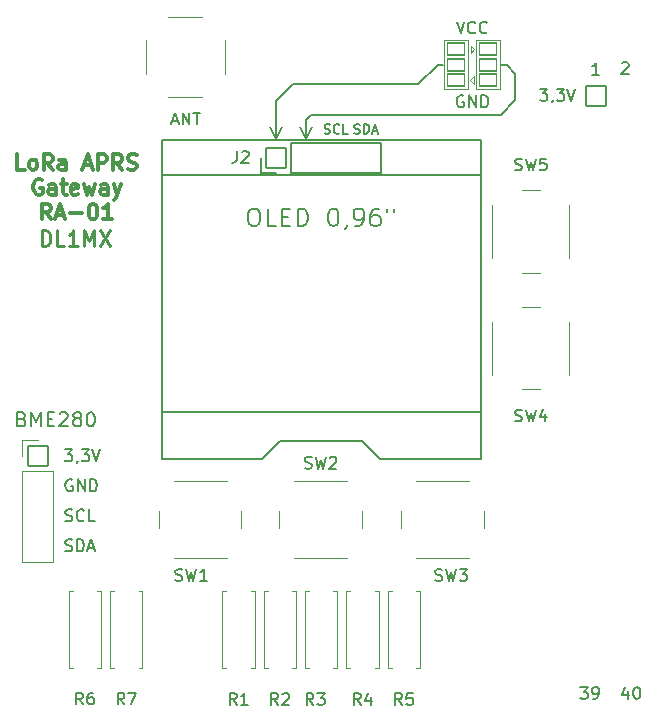
<source format=gto>
G04 #@! TF.GenerationSoftware,KiCad,Pcbnew,7.0.10*
G04 #@! TF.CreationDate,2024-02-01T09:42:10+01:00*
G04 #@! TF.ProjectId,LoRa-APRS-Gateway-RPI-RA01,4c6f5261-2d41-4505-9253-2d4761746577,rev?*
G04 #@! TF.SameCoordinates,Original*
G04 #@! TF.FileFunction,Legend,Top*
G04 #@! TF.FilePolarity,Positive*
%FSLAX46Y46*%
G04 Gerber Fmt 4.6, Leading zero omitted, Abs format (unit mm)*
G04 Created by KiCad (PCBNEW 7.0.10) date 2024-02-01 09:42:10*
%MOMM*%
%LPD*%
G01*
G04 APERTURE LIST*
G04 Aperture macros list*
%AMRoundRect*
0 Rectangle with rounded corners*
0 $1 Rounding radius*
0 $2 $3 $4 $5 $6 $7 $8 $9 X,Y pos of 4 corners*
0 Add a 4 corners polygon primitive as box body*
4,1,4,$2,$3,$4,$5,$6,$7,$8,$9,$2,$3,0*
0 Add four circle primitives for the rounded corners*
1,1,$1+$1,$2,$3*
1,1,$1+$1,$4,$5*
1,1,$1+$1,$6,$7*
1,1,$1+$1,$8,$9*
0 Add four rect primitives between the rounded corners*
20,1,$1+$1,$2,$3,$4,$5,0*
20,1,$1+$1,$4,$5,$6,$7,0*
20,1,$1+$1,$6,$7,$8,$9,0*
20,1,$1+$1,$8,$9,$2,$3,0*%
G04 Aperture macros list end*
%ADD10C,0.200000*%
%ADD11C,0.150000*%
%ADD12C,0.250000*%
%ADD13C,0.300000*%
%ADD14C,0.120000*%
%ADD15C,1.702000*%
%ADD16O,1.702000X1.702000*%
%ADD17C,2.102000*%
%ADD18C,2.152000*%
%ADD19C,2.352000*%
%ADD20RoundRect,0.051000X-0.750000X0.500000X-0.750000X-0.500000X0.750000X-0.500000X0.750000X0.500000X0*%
%ADD21RoundRect,0.051000X0.750000X-0.500000X0.750000X0.500000X-0.750000X0.500000X-0.750000X-0.500000X0*%
%ADD22RoundRect,0.051000X-0.850000X-0.850000X0.850000X-0.850000X0.850000X0.850000X-0.850000X0.850000X0*%
%ADD23O,1.802000X1.802000*%
%ADD24RoundRect,0.051000X0.850000X0.850000X-0.850000X0.850000X-0.850000X-0.850000X0.850000X-0.850000X0*%
G04 APERTURE END LIST*
D10*
X106149669Y-101591882D02*
X106139669Y-103241882D01*
X123149669Y-96941882D02*
X123899669Y-97691882D01*
X123899669Y-99941882D02*
X122649669Y-101191882D01*
X115676551Y-98591000D02*
X105095669Y-98591882D01*
X105035857Y-98591000D02*
X103640000Y-99986857D01*
X117325669Y-96941882D02*
X115675669Y-98591882D01*
X117789669Y-96941882D02*
X117325669Y-96941882D01*
X106139669Y-103241882D02*
X106639669Y-102241882D01*
X103599669Y-100047882D02*
X103599669Y-103241882D01*
X122649669Y-101191882D02*
X106549669Y-101191882D01*
X122649669Y-96941882D02*
X123149669Y-96941882D01*
X103599669Y-103241882D02*
X103099669Y-102241882D01*
X106139669Y-103241882D02*
X105639669Y-102241882D01*
X103599669Y-103241882D02*
X104099669Y-102241882D01*
X106149669Y-101591882D02*
X106549669Y-101191882D01*
X123899669Y-97691882D02*
X123899669Y-99941882D01*
X132914286Y-96838457D02*
X132961905Y-96790838D01*
X132961905Y-96790838D02*
X133057143Y-96743219D01*
X133057143Y-96743219D02*
X133295238Y-96743219D01*
X133295238Y-96743219D02*
X133390476Y-96790838D01*
X133390476Y-96790838D02*
X133438095Y-96838457D01*
X133438095Y-96838457D02*
X133485714Y-96933695D01*
X133485714Y-96933695D02*
X133485714Y-97028933D01*
X133485714Y-97028933D02*
X133438095Y-97171790D01*
X133438095Y-97171790D02*
X132866667Y-97743219D01*
X132866667Y-97743219D02*
X133485714Y-97743219D01*
X133414285Y-149976552D02*
X133414285Y-150643219D01*
X133176190Y-149595600D02*
X132938095Y-150309885D01*
X132938095Y-150309885D02*
X133557142Y-150309885D01*
X134128571Y-149643219D02*
X134223809Y-149643219D01*
X134223809Y-149643219D02*
X134319047Y-149690838D01*
X134319047Y-149690838D02*
X134366666Y-149738457D01*
X134366666Y-149738457D02*
X134414285Y-149833695D01*
X134414285Y-149833695D02*
X134461904Y-150024171D01*
X134461904Y-150024171D02*
X134461904Y-150262266D01*
X134461904Y-150262266D02*
X134414285Y-150452742D01*
X134414285Y-150452742D02*
X134366666Y-150547980D01*
X134366666Y-150547980D02*
X134319047Y-150595600D01*
X134319047Y-150595600D02*
X134223809Y-150643219D01*
X134223809Y-150643219D02*
X134128571Y-150643219D01*
X134128571Y-150643219D02*
X134033333Y-150595600D01*
X134033333Y-150595600D02*
X133985714Y-150547980D01*
X133985714Y-150547980D02*
X133938095Y-150452742D01*
X133938095Y-150452742D02*
X133890476Y-150262266D01*
X133890476Y-150262266D02*
X133890476Y-150024171D01*
X133890476Y-150024171D02*
X133938095Y-149833695D01*
X133938095Y-149833695D02*
X133985714Y-149738457D01*
X133985714Y-149738457D02*
X134033333Y-149690838D01*
X134033333Y-149690838D02*
X134128571Y-149643219D01*
X85804054Y-138095600D02*
X85946911Y-138143219D01*
X85946911Y-138143219D02*
X86185006Y-138143219D01*
X86185006Y-138143219D02*
X86280244Y-138095600D01*
X86280244Y-138095600D02*
X86327863Y-138047980D01*
X86327863Y-138047980D02*
X86375482Y-137952742D01*
X86375482Y-137952742D02*
X86375482Y-137857504D01*
X86375482Y-137857504D02*
X86327863Y-137762266D01*
X86327863Y-137762266D02*
X86280244Y-137714647D01*
X86280244Y-137714647D02*
X86185006Y-137667028D01*
X86185006Y-137667028D02*
X85994530Y-137619409D01*
X85994530Y-137619409D02*
X85899292Y-137571790D01*
X85899292Y-137571790D02*
X85851673Y-137524171D01*
X85851673Y-137524171D02*
X85804054Y-137428933D01*
X85804054Y-137428933D02*
X85804054Y-137333695D01*
X85804054Y-137333695D02*
X85851673Y-137238457D01*
X85851673Y-137238457D02*
X85899292Y-137190838D01*
X85899292Y-137190838D02*
X85994530Y-137143219D01*
X85994530Y-137143219D02*
X86232625Y-137143219D01*
X86232625Y-137143219D02*
X86375482Y-137190838D01*
X86804054Y-138143219D02*
X86804054Y-137143219D01*
X86804054Y-137143219D02*
X87042149Y-137143219D01*
X87042149Y-137143219D02*
X87185006Y-137190838D01*
X87185006Y-137190838D02*
X87280244Y-137286076D01*
X87280244Y-137286076D02*
X87327863Y-137381314D01*
X87327863Y-137381314D02*
X87375482Y-137571790D01*
X87375482Y-137571790D02*
X87375482Y-137714647D01*
X87375482Y-137714647D02*
X87327863Y-137905123D01*
X87327863Y-137905123D02*
X87280244Y-138000361D01*
X87280244Y-138000361D02*
X87185006Y-138095600D01*
X87185006Y-138095600D02*
X87042149Y-138143219D01*
X87042149Y-138143219D02*
X86804054Y-138143219D01*
X87756435Y-137857504D02*
X88232625Y-137857504D01*
X87661197Y-138143219D02*
X87994530Y-137143219D01*
X87994530Y-137143219D02*
X88327863Y-138143219D01*
X85804054Y-135555600D02*
X85946911Y-135603219D01*
X85946911Y-135603219D02*
X86185006Y-135603219D01*
X86185006Y-135603219D02*
X86280244Y-135555600D01*
X86280244Y-135555600D02*
X86327863Y-135507980D01*
X86327863Y-135507980D02*
X86375482Y-135412742D01*
X86375482Y-135412742D02*
X86375482Y-135317504D01*
X86375482Y-135317504D02*
X86327863Y-135222266D01*
X86327863Y-135222266D02*
X86280244Y-135174647D01*
X86280244Y-135174647D02*
X86185006Y-135127028D01*
X86185006Y-135127028D02*
X85994530Y-135079409D01*
X85994530Y-135079409D02*
X85899292Y-135031790D01*
X85899292Y-135031790D02*
X85851673Y-134984171D01*
X85851673Y-134984171D02*
X85804054Y-134888933D01*
X85804054Y-134888933D02*
X85804054Y-134793695D01*
X85804054Y-134793695D02*
X85851673Y-134698457D01*
X85851673Y-134698457D02*
X85899292Y-134650838D01*
X85899292Y-134650838D02*
X85994530Y-134603219D01*
X85994530Y-134603219D02*
X86232625Y-134603219D01*
X86232625Y-134603219D02*
X86375482Y-134650838D01*
X87375482Y-135507980D02*
X87327863Y-135555600D01*
X87327863Y-135555600D02*
X87185006Y-135603219D01*
X87185006Y-135603219D02*
X87089768Y-135603219D01*
X87089768Y-135603219D02*
X86946911Y-135555600D01*
X86946911Y-135555600D02*
X86851673Y-135460361D01*
X86851673Y-135460361D02*
X86804054Y-135365123D01*
X86804054Y-135365123D02*
X86756435Y-135174647D01*
X86756435Y-135174647D02*
X86756435Y-135031790D01*
X86756435Y-135031790D02*
X86804054Y-134841314D01*
X86804054Y-134841314D02*
X86851673Y-134746076D01*
X86851673Y-134746076D02*
X86946911Y-134650838D01*
X86946911Y-134650838D02*
X87089768Y-134603219D01*
X87089768Y-134603219D02*
X87185006Y-134603219D01*
X87185006Y-134603219D02*
X87327863Y-134650838D01*
X87327863Y-134650838D02*
X87375482Y-134698457D01*
X88280244Y-135603219D02*
X87804054Y-135603219D01*
X87804054Y-135603219D02*
X87804054Y-134603219D01*
X86375482Y-132110838D02*
X86280244Y-132063219D01*
X86280244Y-132063219D02*
X86137387Y-132063219D01*
X86137387Y-132063219D02*
X85994530Y-132110838D01*
X85994530Y-132110838D02*
X85899292Y-132206076D01*
X85899292Y-132206076D02*
X85851673Y-132301314D01*
X85851673Y-132301314D02*
X85804054Y-132491790D01*
X85804054Y-132491790D02*
X85804054Y-132634647D01*
X85804054Y-132634647D02*
X85851673Y-132825123D01*
X85851673Y-132825123D02*
X85899292Y-132920361D01*
X85899292Y-132920361D02*
X85994530Y-133015600D01*
X85994530Y-133015600D02*
X86137387Y-133063219D01*
X86137387Y-133063219D02*
X86232625Y-133063219D01*
X86232625Y-133063219D02*
X86375482Y-133015600D01*
X86375482Y-133015600D02*
X86423101Y-132967980D01*
X86423101Y-132967980D02*
X86423101Y-132634647D01*
X86423101Y-132634647D02*
X86232625Y-132634647D01*
X86851673Y-133063219D02*
X86851673Y-132063219D01*
X86851673Y-132063219D02*
X87423101Y-133063219D01*
X87423101Y-133063219D02*
X87423101Y-132063219D01*
X87899292Y-133063219D02*
X87899292Y-132063219D01*
X87899292Y-132063219D02*
X88137387Y-132063219D01*
X88137387Y-132063219D02*
X88280244Y-132110838D01*
X88280244Y-132110838D02*
X88375482Y-132206076D01*
X88375482Y-132206076D02*
X88423101Y-132301314D01*
X88423101Y-132301314D02*
X88470720Y-132491790D01*
X88470720Y-132491790D02*
X88470720Y-132634647D01*
X88470720Y-132634647D02*
X88423101Y-132825123D01*
X88423101Y-132825123D02*
X88375482Y-132920361D01*
X88375482Y-132920361D02*
X88280244Y-133015600D01*
X88280244Y-133015600D02*
X88137387Y-133063219D01*
X88137387Y-133063219D02*
X87899292Y-133063219D01*
X85756435Y-129523219D02*
X86375482Y-129523219D01*
X86375482Y-129523219D02*
X86042149Y-129904171D01*
X86042149Y-129904171D02*
X86185006Y-129904171D01*
X86185006Y-129904171D02*
X86280244Y-129951790D01*
X86280244Y-129951790D02*
X86327863Y-129999409D01*
X86327863Y-129999409D02*
X86375482Y-130094647D01*
X86375482Y-130094647D02*
X86375482Y-130332742D01*
X86375482Y-130332742D02*
X86327863Y-130427980D01*
X86327863Y-130427980D02*
X86280244Y-130475600D01*
X86280244Y-130475600D02*
X86185006Y-130523219D01*
X86185006Y-130523219D02*
X85899292Y-130523219D01*
X85899292Y-130523219D02*
X85804054Y-130475600D01*
X85804054Y-130475600D02*
X85756435Y-130427980D01*
X86851673Y-130475600D02*
X86851673Y-130523219D01*
X86851673Y-130523219D02*
X86804054Y-130618457D01*
X86804054Y-130618457D02*
X86756435Y-130666076D01*
X87185006Y-129523219D02*
X87804053Y-129523219D01*
X87804053Y-129523219D02*
X87470720Y-129904171D01*
X87470720Y-129904171D02*
X87613577Y-129904171D01*
X87613577Y-129904171D02*
X87708815Y-129951790D01*
X87708815Y-129951790D02*
X87756434Y-129999409D01*
X87756434Y-129999409D02*
X87804053Y-130094647D01*
X87804053Y-130094647D02*
X87804053Y-130332742D01*
X87804053Y-130332742D02*
X87756434Y-130427980D01*
X87756434Y-130427980D02*
X87708815Y-130475600D01*
X87708815Y-130475600D02*
X87613577Y-130523219D01*
X87613577Y-130523219D02*
X87327863Y-130523219D01*
X87327863Y-130523219D02*
X87232625Y-130475600D01*
X87232625Y-130475600D02*
X87185006Y-130427980D01*
X88089768Y-129523219D02*
X88423101Y-130523219D01*
X88423101Y-130523219D02*
X88756434Y-129523219D01*
X82116857Y-126939171D02*
X82288285Y-126996314D01*
X82288285Y-126996314D02*
X82345428Y-127053457D01*
X82345428Y-127053457D02*
X82402571Y-127167742D01*
X82402571Y-127167742D02*
X82402571Y-127339171D01*
X82402571Y-127339171D02*
X82345428Y-127453457D01*
X82345428Y-127453457D02*
X82288285Y-127510600D01*
X82288285Y-127510600D02*
X82174000Y-127567742D01*
X82174000Y-127567742D02*
X81716857Y-127567742D01*
X81716857Y-127567742D02*
X81716857Y-126367742D01*
X81716857Y-126367742D02*
X82116857Y-126367742D01*
X82116857Y-126367742D02*
X82231143Y-126424885D01*
X82231143Y-126424885D02*
X82288285Y-126482028D01*
X82288285Y-126482028D02*
X82345428Y-126596314D01*
X82345428Y-126596314D02*
X82345428Y-126710600D01*
X82345428Y-126710600D02*
X82288285Y-126824885D01*
X82288285Y-126824885D02*
X82231143Y-126882028D01*
X82231143Y-126882028D02*
X82116857Y-126939171D01*
X82116857Y-126939171D02*
X81716857Y-126939171D01*
X82916857Y-127567742D02*
X82916857Y-126367742D01*
X82916857Y-126367742D02*
X83316857Y-127224885D01*
X83316857Y-127224885D02*
X83716857Y-126367742D01*
X83716857Y-126367742D02*
X83716857Y-127567742D01*
X84288286Y-126939171D02*
X84688286Y-126939171D01*
X84859714Y-127567742D02*
X84288286Y-127567742D01*
X84288286Y-127567742D02*
X84288286Y-126367742D01*
X84288286Y-126367742D02*
X84859714Y-126367742D01*
X85316857Y-126482028D02*
X85374000Y-126424885D01*
X85374000Y-126424885D02*
X85488286Y-126367742D01*
X85488286Y-126367742D02*
X85774000Y-126367742D01*
X85774000Y-126367742D02*
X85888286Y-126424885D01*
X85888286Y-126424885D02*
X85945428Y-126482028D01*
X85945428Y-126482028D02*
X86002571Y-126596314D01*
X86002571Y-126596314D02*
X86002571Y-126710600D01*
X86002571Y-126710600D02*
X85945428Y-126882028D01*
X85945428Y-126882028D02*
X85259714Y-127567742D01*
X85259714Y-127567742D02*
X86002571Y-127567742D01*
X86688285Y-126882028D02*
X86574000Y-126824885D01*
X86574000Y-126824885D02*
X86516857Y-126767742D01*
X86516857Y-126767742D02*
X86459714Y-126653457D01*
X86459714Y-126653457D02*
X86459714Y-126596314D01*
X86459714Y-126596314D02*
X86516857Y-126482028D01*
X86516857Y-126482028D02*
X86574000Y-126424885D01*
X86574000Y-126424885D02*
X86688285Y-126367742D01*
X86688285Y-126367742D02*
X86916857Y-126367742D01*
X86916857Y-126367742D02*
X87031143Y-126424885D01*
X87031143Y-126424885D02*
X87088285Y-126482028D01*
X87088285Y-126482028D02*
X87145428Y-126596314D01*
X87145428Y-126596314D02*
X87145428Y-126653457D01*
X87145428Y-126653457D02*
X87088285Y-126767742D01*
X87088285Y-126767742D02*
X87031143Y-126824885D01*
X87031143Y-126824885D02*
X86916857Y-126882028D01*
X86916857Y-126882028D02*
X86688285Y-126882028D01*
X86688285Y-126882028D02*
X86574000Y-126939171D01*
X86574000Y-126939171D02*
X86516857Y-126996314D01*
X86516857Y-126996314D02*
X86459714Y-127110600D01*
X86459714Y-127110600D02*
X86459714Y-127339171D01*
X86459714Y-127339171D02*
X86516857Y-127453457D01*
X86516857Y-127453457D02*
X86574000Y-127510600D01*
X86574000Y-127510600D02*
X86688285Y-127567742D01*
X86688285Y-127567742D02*
X86916857Y-127567742D01*
X86916857Y-127567742D02*
X87031143Y-127510600D01*
X87031143Y-127510600D02*
X87088285Y-127453457D01*
X87088285Y-127453457D02*
X87145428Y-127339171D01*
X87145428Y-127339171D02*
X87145428Y-127110600D01*
X87145428Y-127110600D02*
X87088285Y-126996314D01*
X87088285Y-126996314D02*
X87031143Y-126939171D01*
X87031143Y-126939171D02*
X86916857Y-126882028D01*
X87888285Y-126367742D02*
X88002571Y-126367742D01*
X88002571Y-126367742D02*
X88116857Y-126424885D01*
X88116857Y-126424885D02*
X88174000Y-126482028D01*
X88174000Y-126482028D02*
X88231142Y-126596314D01*
X88231142Y-126596314D02*
X88288285Y-126824885D01*
X88288285Y-126824885D02*
X88288285Y-127110600D01*
X88288285Y-127110600D02*
X88231142Y-127339171D01*
X88231142Y-127339171D02*
X88174000Y-127453457D01*
X88174000Y-127453457D02*
X88116857Y-127510600D01*
X88116857Y-127510600D02*
X88002571Y-127567742D01*
X88002571Y-127567742D02*
X87888285Y-127567742D01*
X87888285Y-127567742D02*
X87774000Y-127510600D01*
X87774000Y-127510600D02*
X87716857Y-127453457D01*
X87716857Y-127453457D02*
X87659714Y-127339171D01*
X87659714Y-127339171D02*
X87602571Y-127110600D01*
X87602571Y-127110600D02*
X87602571Y-126824885D01*
X87602571Y-126824885D02*
X87659714Y-126596314D01*
X87659714Y-126596314D02*
X87716857Y-126482028D01*
X87716857Y-126482028D02*
X87774000Y-126424885D01*
X87774000Y-126424885D02*
X87888285Y-126367742D01*
X125973810Y-98993219D02*
X126592857Y-98993219D01*
X126592857Y-98993219D02*
X126259524Y-99374171D01*
X126259524Y-99374171D02*
X126402381Y-99374171D01*
X126402381Y-99374171D02*
X126497619Y-99421790D01*
X126497619Y-99421790D02*
X126545238Y-99469409D01*
X126545238Y-99469409D02*
X126592857Y-99564647D01*
X126592857Y-99564647D02*
X126592857Y-99802742D01*
X126592857Y-99802742D02*
X126545238Y-99897980D01*
X126545238Y-99897980D02*
X126497619Y-99945600D01*
X126497619Y-99945600D02*
X126402381Y-99993219D01*
X126402381Y-99993219D02*
X126116667Y-99993219D01*
X126116667Y-99993219D02*
X126021429Y-99945600D01*
X126021429Y-99945600D02*
X125973810Y-99897980D01*
X127069048Y-99945600D02*
X127069048Y-99993219D01*
X127069048Y-99993219D02*
X127021429Y-100088457D01*
X127021429Y-100088457D02*
X126973810Y-100136076D01*
X127402381Y-98993219D02*
X128021428Y-98993219D01*
X128021428Y-98993219D02*
X127688095Y-99374171D01*
X127688095Y-99374171D02*
X127830952Y-99374171D01*
X127830952Y-99374171D02*
X127926190Y-99421790D01*
X127926190Y-99421790D02*
X127973809Y-99469409D01*
X127973809Y-99469409D02*
X128021428Y-99564647D01*
X128021428Y-99564647D02*
X128021428Y-99802742D01*
X128021428Y-99802742D02*
X127973809Y-99897980D01*
X127973809Y-99897980D02*
X127926190Y-99945600D01*
X127926190Y-99945600D02*
X127830952Y-99993219D01*
X127830952Y-99993219D02*
X127545238Y-99993219D01*
X127545238Y-99993219D02*
X127450000Y-99945600D01*
X127450000Y-99945600D02*
X127402381Y-99897980D01*
X128307143Y-98993219D02*
X128640476Y-99993219D01*
X128640476Y-99993219D02*
X128973809Y-98993219D01*
X94807143Y-101707504D02*
X95283333Y-101707504D01*
X94711905Y-101993219D02*
X95045238Y-100993219D01*
X95045238Y-100993219D02*
X95378571Y-101993219D01*
X95711905Y-101993219D02*
X95711905Y-100993219D01*
X95711905Y-100993219D02*
X96283333Y-101993219D01*
X96283333Y-101993219D02*
X96283333Y-100993219D01*
X96616667Y-100993219D02*
X97188095Y-100993219D01*
X96902381Y-101993219D02*
X96902381Y-100993219D01*
X118916336Y-93294101D02*
X119249669Y-94294101D01*
X119249669Y-94294101D02*
X119583002Y-93294101D01*
X120487764Y-94198862D02*
X120440145Y-94246482D01*
X120440145Y-94246482D02*
X120297288Y-94294101D01*
X120297288Y-94294101D02*
X120202050Y-94294101D01*
X120202050Y-94294101D02*
X120059193Y-94246482D01*
X120059193Y-94246482D02*
X119963955Y-94151243D01*
X119963955Y-94151243D02*
X119916336Y-94056005D01*
X119916336Y-94056005D02*
X119868717Y-93865529D01*
X119868717Y-93865529D02*
X119868717Y-93722672D01*
X119868717Y-93722672D02*
X119916336Y-93532196D01*
X119916336Y-93532196D02*
X119963955Y-93436958D01*
X119963955Y-93436958D02*
X120059193Y-93341720D01*
X120059193Y-93341720D02*
X120202050Y-93294101D01*
X120202050Y-93294101D02*
X120297288Y-93294101D01*
X120297288Y-93294101D02*
X120440145Y-93341720D01*
X120440145Y-93341720D02*
X120487764Y-93389339D01*
X121487764Y-94198862D02*
X121440145Y-94246482D01*
X121440145Y-94246482D02*
X121297288Y-94294101D01*
X121297288Y-94294101D02*
X121202050Y-94294101D01*
X121202050Y-94294101D02*
X121059193Y-94246482D01*
X121059193Y-94246482D02*
X120963955Y-94151243D01*
X120963955Y-94151243D02*
X120916336Y-94056005D01*
X120916336Y-94056005D02*
X120868717Y-93865529D01*
X120868717Y-93865529D02*
X120868717Y-93722672D01*
X120868717Y-93722672D02*
X120916336Y-93532196D01*
X120916336Y-93532196D02*
X120963955Y-93436958D01*
X120963955Y-93436958D02*
X121059193Y-93341720D01*
X121059193Y-93341720D02*
X121202050Y-93294101D01*
X121202050Y-93294101D02*
X121297288Y-93294101D01*
X121297288Y-93294101D02*
X121440145Y-93341720D01*
X121440145Y-93341720D02*
X121487764Y-93389339D01*
D11*
X107737618Y-102737057D02*
X107851904Y-102775152D01*
X107851904Y-102775152D02*
X108042380Y-102775152D01*
X108042380Y-102775152D02*
X108118571Y-102737057D01*
X108118571Y-102737057D02*
X108156666Y-102698961D01*
X108156666Y-102698961D02*
X108194761Y-102622771D01*
X108194761Y-102622771D02*
X108194761Y-102546580D01*
X108194761Y-102546580D02*
X108156666Y-102470390D01*
X108156666Y-102470390D02*
X108118571Y-102432295D01*
X108118571Y-102432295D02*
X108042380Y-102394199D01*
X108042380Y-102394199D02*
X107889999Y-102356104D01*
X107889999Y-102356104D02*
X107813809Y-102318009D01*
X107813809Y-102318009D02*
X107775714Y-102279914D01*
X107775714Y-102279914D02*
X107737618Y-102203723D01*
X107737618Y-102203723D02*
X107737618Y-102127533D01*
X107737618Y-102127533D02*
X107775714Y-102051342D01*
X107775714Y-102051342D02*
X107813809Y-102013247D01*
X107813809Y-102013247D02*
X107889999Y-101975152D01*
X107889999Y-101975152D02*
X108080476Y-101975152D01*
X108080476Y-101975152D02*
X108194761Y-102013247D01*
X108994762Y-102698961D02*
X108956666Y-102737057D01*
X108956666Y-102737057D02*
X108842381Y-102775152D01*
X108842381Y-102775152D02*
X108766190Y-102775152D01*
X108766190Y-102775152D02*
X108651904Y-102737057D01*
X108651904Y-102737057D02*
X108575714Y-102660866D01*
X108575714Y-102660866D02*
X108537619Y-102584676D01*
X108537619Y-102584676D02*
X108499523Y-102432295D01*
X108499523Y-102432295D02*
X108499523Y-102318009D01*
X108499523Y-102318009D02*
X108537619Y-102165628D01*
X108537619Y-102165628D02*
X108575714Y-102089437D01*
X108575714Y-102089437D02*
X108651904Y-102013247D01*
X108651904Y-102013247D02*
X108766190Y-101975152D01*
X108766190Y-101975152D02*
X108842381Y-101975152D01*
X108842381Y-101975152D02*
X108956666Y-102013247D01*
X108956666Y-102013247D02*
X108994762Y-102051342D01*
X109718571Y-102775152D02*
X109337619Y-102775152D01*
X109337619Y-102775152D02*
X109337619Y-101975152D01*
X110258571Y-102737057D02*
X110372857Y-102775152D01*
X110372857Y-102775152D02*
X110563333Y-102775152D01*
X110563333Y-102775152D02*
X110639524Y-102737057D01*
X110639524Y-102737057D02*
X110677619Y-102698961D01*
X110677619Y-102698961D02*
X110715714Y-102622771D01*
X110715714Y-102622771D02*
X110715714Y-102546580D01*
X110715714Y-102546580D02*
X110677619Y-102470390D01*
X110677619Y-102470390D02*
X110639524Y-102432295D01*
X110639524Y-102432295D02*
X110563333Y-102394199D01*
X110563333Y-102394199D02*
X110410952Y-102356104D01*
X110410952Y-102356104D02*
X110334762Y-102318009D01*
X110334762Y-102318009D02*
X110296667Y-102279914D01*
X110296667Y-102279914D02*
X110258571Y-102203723D01*
X110258571Y-102203723D02*
X110258571Y-102127533D01*
X110258571Y-102127533D02*
X110296667Y-102051342D01*
X110296667Y-102051342D02*
X110334762Y-102013247D01*
X110334762Y-102013247D02*
X110410952Y-101975152D01*
X110410952Y-101975152D02*
X110601429Y-101975152D01*
X110601429Y-101975152D02*
X110715714Y-102013247D01*
X111058572Y-102775152D02*
X111058572Y-101975152D01*
X111058572Y-101975152D02*
X111249048Y-101975152D01*
X111249048Y-101975152D02*
X111363334Y-102013247D01*
X111363334Y-102013247D02*
X111439524Y-102089437D01*
X111439524Y-102089437D02*
X111477619Y-102165628D01*
X111477619Y-102165628D02*
X111515715Y-102318009D01*
X111515715Y-102318009D02*
X111515715Y-102432295D01*
X111515715Y-102432295D02*
X111477619Y-102584676D01*
X111477619Y-102584676D02*
X111439524Y-102660866D01*
X111439524Y-102660866D02*
X111363334Y-102737057D01*
X111363334Y-102737057D02*
X111249048Y-102775152D01*
X111249048Y-102775152D02*
X111058572Y-102775152D01*
X111820476Y-102546580D02*
X112201429Y-102546580D01*
X111744286Y-102775152D02*
X112010953Y-101975152D01*
X112010953Y-101975152D02*
X112277619Y-102775152D01*
D12*
X83792381Y-112279404D02*
X83792381Y-110979404D01*
X83792381Y-110979404D02*
X84101905Y-110979404D01*
X84101905Y-110979404D02*
X84287619Y-111041309D01*
X84287619Y-111041309D02*
X84411429Y-111165119D01*
X84411429Y-111165119D02*
X84473334Y-111288928D01*
X84473334Y-111288928D02*
X84535238Y-111536547D01*
X84535238Y-111536547D02*
X84535238Y-111722261D01*
X84535238Y-111722261D02*
X84473334Y-111969880D01*
X84473334Y-111969880D02*
X84411429Y-112093690D01*
X84411429Y-112093690D02*
X84287619Y-112217500D01*
X84287619Y-112217500D02*
X84101905Y-112279404D01*
X84101905Y-112279404D02*
X83792381Y-112279404D01*
X85711429Y-112279404D02*
X85092381Y-112279404D01*
X85092381Y-112279404D02*
X85092381Y-110979404D01*
X86825715Y-112279404D02*
X86082858Y-112279404D01*
X86454286Y-112279404D02*
X86454286Y-110979404D01*
X86454286Y-110979404D02*
X86330477Y-111165119D01*
X86330477Y-111165119D02*
X86206667Y-111288928D01*
X86206667Y-111288928D02*
X86082858Y-111350833D01*
X87382857Y-112279404D02*
X87382857Y-110979404D01*
X87382857Y-110979404D02*
X87816191Y-111907976D01*
X87816191Y-111907976D02*
X88249524Y-110979404D01*
X88249524Y-110979404D02*
X88249524Y-112279404D01*
X88744762Y-110979404D02*
X89611428Y-112279404D01*
X89611428Y-110979404D02*
X88744762Y-112279404D01*
D10*
X130985714Y-97775299D02*
X130414286Y-97775299D01*
X130700000Y-97775299D02*
X130700000Y-96775299D01*
X130700000Y-96775299D02*
X130604762Y-96918156D01*
X130604762Y-96918156D02*
X130509524Y-97013394D01*
X130509524Y-97013394D02*
X130414286Y-97061013D01*
D13*
X82353762Y-105846304D02*
X81734714Y-105846304D01*
X81734714Y-105846304D02*
X81734714Y-104546304D01*
X82972810Y-105846304D02*
X82849000Y-105784400D01*
X82849000Y-105784400D02*
X82787095Y-105722495D01*
X82787095Y-105722495D02*
X82725191Y-105598685D01*
X82725191Y-105598685D02*
X82725191Y-105227257D01*
X82725191Y-105227257D02*
X82787095Y-105103447D01*
X82787095Y-105103447D02*
X82849000Y-105041542D01*
X82849000Y-105041542D02*
X82972810Y-104979638D01*
X82972810Y-104979638D02*
X83158524Y-104979638D01*
X83158524Y-104979638D02*
X83282333Y-105041542D01*
X83282333Y-105041542D02*
X83344238Y-105103447D01*
X83344238Y-105103447D02*
X83406143Y-105227257D01*
X83406143Y-105227257D02*
X83406143Y-105598685D01*
X83406143Y-105598685D02*
X83344238Y-105722495D01*
X83344238Y-105722495D02*
X83282333Y-105784400D01*
X83282333Y-105784400D02*
X83158524Y-105846304D01*
X83158524Y-105846304D02*
X82972810Y-105846304D01*
X84706142Y-105846304D02*
X84272809Y-105227257D01*
X83963285Y-105846304D02*
X83963285Y-104546304D01*
X83963285Y-104546304D02*
X84458523Y-104546304D01*
X84458523Y-104546304D02*
X84582333Y-104608209D01*
X84582333Y-104608209D02*
X84644238Y-104670114D01*
X84644238Y-104670114D02*
X84706142Y-104793923D01*
X84706142Y-104793923D02*
X84706142Y-104979638D01*
X84706142Y-104979638D02*
X84644238Y-105103447D01*
X84644238Y-105103447D02*
X84582333Y-105165352D01*
X84582333Y-105165352D02*
X84458523Y-105227257D01*
X84458523Y-105227257D02*
X83963285Y-105227257D01*
X85820428Y-105846304D02*
X85820428Y-105165352D01*
X85820428Y-105165352D02*
X85758523Y-105041542D01*
X85758523Y-105041542D02*
X85634714Y-104979638D01*
X85634714Y-104979638D02*
X85387095Y-104979638D01*
X85387095Y-104979638D02*
X85263285Y-105041542D01*
X85820428Y-105784400D02*
X85696619Y-105846304D01*
X85696619Y-105846304D02*
X85387095Y-105846304D01*
X85387095Y-105846304D02*
X85263285Y-105784400D01*
X85263285Y-105784400D02*
X85201381Y-105660590D01*
X85201381Y-105660590D02*
X85201381Y-105536780D01*
X85201381Y-105536780D02*
X85263285Y-105412971D01*
X85263285Y-105412971D02*
X85387095Y-105351066D01*
X85387095Y-105351066D02*
X85696619Y-105351066D01*
X85696619Y-105351066D02*
X85820428Y-105289161D01*
X87368047Y-105474876D02*
X87987094Y-105474876D01*
X87244237Y-105846304D02*
X87677570Y-104546304D01*
X87677570Y-104546304D02*
X88110904Y-105846304D01*
X88544237Y-105846304D02*
X88544237Y-104546304D01*
X88544237Y-104546304D02*
X89039475Y-104546304D01*
X89039475Y-104546304D02*
X89163285Y-104608209D01*
X89163285Y-104608209D02*
X89225190Y-104670114D01*
X89225190Y-104670114D02*
X89287094Y-104793923D01*
X89287094Y-104793923D02*
X89287094Y-104979638D01*
X89287094Y-104979638D02*
X89225190Y-105103447D01*
X89225190Y-105103447D02*
X89163285Y-105165352D01*
X89163285Y-105165352D02*
X89039475Y-105227257D01*
X89039475Y-105227257D02*
X88544237Y-105227257D01*
X90587094Y-105846304D02*
X90153761Y-105227257D01*
X89844237Y-105846304D02*
X89844237Y-104546304D01*
X89844237Y-104546304D02*
X90339475Y-104546304D01*
X90339475Y-104546304D02*
X90463285Y-104608209D01*
X90463285Y-104608209D02*
X90525190Y-104670114D01*
X90525190Y-104670114D02*
X90587094Y-104793923D01*
X90587094Y-104793923D02*
X90587094Y-104979638D01*
X90587094Y-104979638D02*
X90525190Y-105103447D01*
X90525190Y-105103447D02*
X90463285Y-105165352D01*
X90463285Y-105165352D02*
X90339475Y-105227257D01*
X90339475Y-105227257D02*
X89844237Y-105227257D01*
X91082333Y-105784400D02*
X91268047Y-105846304D01*
X91268047Y-105846304D02*
X91577571Y-105846304D01*
X91577571Y-105846304D02*
X91701380Y-105784400D01*
X91701380Y-105784400D02*
X91763285Y-105722495D01*
X91763285Y-105722495D02*
X91825190Y-105598685D01*
X91825190Y-105598685D02*
X91825190Y-105474876D01*
X91825190Y-105474876D02*
X91763285Y-105351066D01*
X91763285Y-105351066D02*
X91701380Y-105289161D01*
X91701380Y-105289161D02*
X91577571Y-105227257D01*
X91577571Y-105227257D02*
X91329952Y-105165352D01*
X91329952Y-105165352D02*
X91206142Y-105103447D01*
X91206142Y-105103447D02*
X91144237Y-105041542D01*
X91144237Y-105041542D02*
X91082333Y-104917733D01*
X91082333Y-104917733D02*
X91082333Y-104793923D01*
X91082333Y-104793923D02*
X91144237Y-104670114D01*
X91144237Y-104670114D02*
X91206142Y-104608209D01*
X91206142Y-104608209D02*
X91329952Y-104546304D01*
X91329952Y-104546304D02*
X91639475Y-104546304D01*
X91639475Y-104546304D02*
X91825190Y-104608209D01*
X83808524Y-106701209D02*
X83684714Y-106639304D01*
X83684714Y-106639304D02*
X83499000Y-106639304D01*
X83499000Y-106639304D02*
X83313286Y-106701209D01*
X83313286Y-106701209D02*
X83189476Y-106825019D01*
X83189476Y-106825019D02*
X83127571Y-106948828D01*
X83127571Y-106948828D02*
X83065667Y-107196447D01*
X83065667Y-107196447D02*
X83065667Y-107382161D01*
X83065667Y-107382161D02*
X83127571Y-107629780D01*
X83127571Y-107629780D02*
X83189476Y-107753590D01*
X83189476Y-107753590D02*
X83313286Y-107877400D01*
X83313286Y-107877400D02*
X83499000Y-107939304D01*
X83499000Y-107939304D02*
X83622809Y-107939304D01*
X83622809Y-107939304D02*
X83808524Y-107877400D01*
X83808524Y-107877400D02*
X83870428Y-107815495D01*
X83870428Y-107815495D02*
X83870428Y-107382161D01*
X83870428Y-107382161D02*
X83622809Y-107382161D01*
X84984714Y-107939304D02*
X84984714Y-107258352D01*
X84984714Y-107258352D02*
X84922809Y-107134542D01*
X84922809Y-107134542D02*
X84799000Y-107072638D01*
X84799000Y-107072638D02*
X84551381Y-107072638D01*
X84551381Y-107072638D02*
X84427571Y-107134542D01*
X84984714Y-107877400D02*
X84860905Y-107939304D01*
X84860905Y-107939304D02*
X84551381Y-107939304D01*
X84551381Y-107939304D02*
X84427571Y-107877400D01*
X84427571Y-107877400D02*
X84365667Y-107753590D01*
X84365667Y-107753590D02*
X84365667Y-107629780D01*
X84365667Y-107629780D02*
X84427571Y-107505971D01*
X84427571Y-107505971D02*
X84551381Y-107444066D01*
X84551381Y-107444066D02*
X84860905Y-107444066D01*
X84860905Y-107444066D02*
X84984714Y-107382161D01*
X85418047Y-107072638D02*
X85913285Y-107072638D01*
X85603761Y-106639304D02*
X85603761Y-107753590D01*
X85603761Y-107753590D02*
X85665666Y-107877400D01*
X85665666Y-107877400D02*
X85789476Y-107939304D01*
X85789476Y-107939304D02*
X85913285Y-107939304D01*
X86841856Y-107877400D02*
X86718047Y-107939304D01*
X86718047Y-107939304D02*
X86470428Y-107939304D01*
X86470428Y-107939304D02*
X86346618Y-107877400D01*
X86346618Y-107877400D02*
X86284714Y-107753590D01*
X86284714Y-107753590D02*
X86284714Y-107258352D01*
X86284714Y-107258352D02*
X86346618Y-107134542D01*
X86346618Y-107134542D02*
X86470428Y-107072638D01*
X86470428Y-107072638D02*
X86718047Y-107072638D01*
X86718047Y-107072638D02*
X86841856Y-107134542D01*
X86841856Y-107134542D02*
X86903761Y-107258352D01*
X86903761Y-107258352D02*
X86903761Y-107382161D01*
X86903761Y-107382161D02*
X86284714Y-107505971D01*
X87337095Y-107072638D02*
X87584714Y-107939304D01*
X87584714Y-107939304D02*
X87832333Y-107320257D01*
X87832333Y-107320257D02*
X88079952Y-107939304D01*
X88079952Y-107939304D02*
X88327571Y-107072638D01*
X89379952Y-107939304D02*
X89379952Y-107258352D01*
X89379952Y-107258352D02*
X89318047Y-107134542D01*
X89318047Y-107134542D02*
X89194238Y-107072638D01*
X89194238Y-107072638D02*
X88946619Y-107072638D01*
X88946619Y-107072638D02*
X88822809Y-107134542D01*
X89379952Y-107877400D02*
X89256143Y-107939304D01*
X89256143Y-107939304D02*
X88946619Y-107939304D01*
X88946619Y-107939304D02*
X88822809Y-107877400D01*
X88822809Y-107877400D02*
X88760905Y-107753590D01*
X88760905Y-107753590D02*
X88760905Y-107629780D01*
X88760905Y-107629780D02*
X88822809Y-107505971D01*
X88822809Y-107505971D02*
X88946619Y-107444066D01*
X88946619Y-107444066D02*
X89256143Y-107444066D01*
X89256143Y-107444066D02*
X89379952Y-107382161D01*
X89875190Y-107072638D02*
X90184714Y-107939304D01*
X90494237Y-107072638D02*
X90184714Y-107939304D01*
X90184714Y-107939304D02*
X90060904Y-108248828D01*
X90060904Y-108248828D02*
X89998999Y-108310733D01*
X89998999Y-108310733D02*
X89875190Y-108372638D01*
X84551380Y-110032304D02*
X84118047Y-109413257D01*
X83808523Y-110032304D02*
X83808523Y-108732304D01*
X83808523Y-108732304D02*
X84303761Y-108732304D01*
X84303761Y-108732304D02*
X84427571Y-108794209D01*
X84427571Y-108794209D02*
X84489476Y-108856114D01*
X84489476Y-108856114D02*
X84551380Y-108979923D01*
X84551380Y-108979923D02*
X84551380Y-109165638D01*
X84551380Y-109165638D02*
X84489476Y-109289447D01*
X84489476Y-109289447D02*
X84427571Y-109351352D01*
X84427571Y-109351352D02*
X84303761Y-109413257D01*
X84303761Y-109413257D02*
X83808523Y-109413257D01*
X85046619Y-109660876D02*
X85665666Y-109660876D01*
X84922809Y-110032304D02*
X85356142Y-108732304D01*
X85356142Y-108732304D02*
X85789476Y-110032304D01*
X86222809Y-109537066D02*
X87213286Y-109537066D01*
X88079952Y-108732304D02*
X88203762Y-108732304D01*
X88203762Y-108732304D02*
X88327571Y-108794209D01*
X88327571Y-108794209D02*
X88389476Y-108856114D01*
X88389476Y-108856114D02*
X88451381Y-108979923D01*
X88451381Y-108979923D02*
X88513286Y-109227542D01*
X88513286Y-109227542D02*
X88513286Y-109537066D01*
X88513286Y-109537066D02*
X88451381Y-109784685D01*
X88451381Y-109784685D02*
X88389476Y-109908495D01*
X88389476Y-109908495D02*
X88327571Y-109970400D01*
X88327571Y-109970400D02*
X88203762Y-110032304D01*
X88203762Y-110032304D02*
X88079952Y-110032304D01*
X88079952Y-110032304D02*
X87956143Y-109970400D01*
X87956143Y-109970400D02*
X87894238Y-109908495D01*
X87894238Y-109908495D02*
X87832333Y-109784685D01*
X87832333Y-109784685D02*
X87770429Y-109537066D01*
X87770429Y-109537066D02*
X87770429Y-109227542D01*
X87770429Y-109227542D02*
X87832333Y-108979923D01*
X87832333Y-108979923D02*
X87894238Y-108856114D01*
X87894238Y-108856114D02*
X87956143Y-108794209D01*
X87956143Y-108794209D02*
X88079952Y-108732304D01*
X89751381Y-110032304D02*
X89008524Y-110032304D01*
X89379952Y-110032304D02*
X89379952Y-108732304D01*
X89379952Y-108732304D02*
X89256143Y-108918019D01*
X89256143Y-108918019D02*
X89132333Y-109041828D01*
X89132333Y-109041828D02*
X89008524Y-109103733D01*
D10*
X129390476Y-149643219D02*
X130009523Y-149643219D01*
X130009523Y-149643219D02*
X129676190Y-150024171D01*
X129676190Y-150024171D02*
X129819047Y-150024171D01*
X129819047Y-150024171D02*
X129914285Y-150071790D01*
X129914285Y-150071790D02*
X129961904Y-150119409D01*
X129961904Y-150119409D02*
X130009523Y-150214647D01*
X130009523Y-150214647D02*
X130009523Y-150452742D01*
X130009523Y-150452742D02*
X129961904Y-150547980D01*
X129961904Y-150547980D02*
X129914285Y-150595600D01*
X129914285Y-150595600D02*
X129819047Y-150643219D01*
X129819047Y-150643219D02*
X129533333Y-150643219D01*
X129533333Y-150643219D02*
X129438095Y-150595600D01*
X129438095Y-150595600D02*
X129390476Y-150547980D01*
X130485714Y-150643219D02*
X130676190Y-150643219D01*
X130676190Y-150643219D02*
X130771428Y-150595600D01*
X130771428Y-150595600D02*
X130819047Y-150547980D01*
X130819047Y-150547980D02*
X130914285Y-150405123D01*
X130914285Y-150405123D02*
X130961904Y-150214647D01*
X130961904Y-150214647D02*
X130961904Y-149833695D01*
X130961904Y-149833695D02*
X130914285Y-149738457D01*
X130914285Y-149738457D02*
X130866666Y-149690838D01*
X130866666Y-149690838D02*
X130771428Y-149643219D01*
X130771428Y-149643219D02*
X130580952Y-149643219D01*
X130580952Y-149643219D02*
X130485714Y-149690838D01*
X130485714Y-149690838D02*
X130438095Y-149738457D01*
X130438095Y-149738457D02*
X130390476Y-149833695D01*
X130390476Y-149833695D02*
X130390476Y-150071790D01*
X130390476Y-150071790D02*
X130438095Y-150167028D01*
X130438095Y-150167028D02*
X130485714Y-150214647D01*
X130485714Y-150214647D02*
X130580952Y-150262266D01*
X130580952Y-150262266D02*
X130771428Y-150262266D01*
X130771428Y-150262266D02*
X130866666Y-150214647D01*
X130866666Y-150214647D02*
X130914285Y-150167028D01*
X130914285Y-150167028D02*
X130961904Y-150071790D01*
X119487764Y-99591720D02*
X119392526Y-99544101D01*
X119392526Y-99544101D02*
X119249669Y-99544101D01*
X119249669Y-99544101D02*
X119106812Y-99591720D01*
X119106812Y-99591720D02*
X119011574Y-99686958D01*
X119011574Y-99686958D02*
X118963955Y-99782196D01*
X118963955Y-99782196D02*
X118916336Y-99972672D01*
X118916336Y-99972672D02*
X118916336Y-100115529D01*
X118916336Y-100115529D02*
X118963955Y-100306005D01*
X118963955Y-100306005D02*
X119011574Y-100401243D01*
X119011574Y-100401243D02*
X119106812Y-100496482D01*
X119106812Y-100496482D02*
X119249669Y-100544101D01*
X119249669Y-100544101D02*
X119344907Y-100544101D01*
X119344907Y-100544101D02*
X119487764Y-100496482D01*
X119487764Y-100496482D02*
X119535383Y-100448862D01*
X119535383Y-100448862D02*
X119535383Y-100115529D01*
X119535383Y-100115529D02*
X119344907Y-100115529D01*
X119963955Y-100544101D02*
X119963955Y-99544101D01*
X119963955Y-99544101D02*
X120535383Y-100544101D01*
X120535383Y-100544101D02*
X120535383Y-99544101D01*
X121011574Y-100544101D02*
X121011574Y-99544101D01*
X121011574Y-99544101D02*
X121249669Y-99544101D01*
X121249669Y-99544101D02*
X121392526Y-99591720D01*
X121392526Y-99591720D02*
X121487764Y-99686958D01*
X121487764Y-99686958D02*
X121535383Y-99782196D01*
X121535383Y-99782196D02*
X121583002Y-99972672D01*
X121583002Y-99972672D02*
X121583002Y-100115529D01*
X121583002Y-100115529D02*
X121535383Y-100306005D01*
X121535383Y-100306005D02*
X121487764Y-100401243D01*
X121487764Y-100401243D02*
X121392526Y-100496482D01*
X121392526Y-100496482D02*
X121249669Y-100544101D01*
X121249669Y-100544101D02*
X121011574Y-100544101D01*
D11*
X100283333Y-151145819D02*
X99950000Y-150669628D01*
X99711905Y-151145819D02*
X99711905Y-150145819D01*
X99711905Y-150145819D02*
X100092857Y-150145819D01*
X100092857Y-150145819D02*
X100188095Y-150193438D01*
X100188095Y-150193438D02*
X100235714Y-150241057D01*
X100235714Y-150241057D02*
X100283333Y-150336295D01*
X100283333Y-150336295D02*
X100283333Y-150479152D01*
X100283333Y-150479152D02*
X100235714Y-150574390D01*
X100235714Y-150574390D02*
X100188095Y-150622009D01*
X100188095Y-150622009D02*
X100092857Y-150669628D01*
X100092857Y-150669628D02*
X99711905Y-150669628D01*
X101235714Y-151145819D02*
X100664286Y-151145819D01*
X100950000Y-151145819D02*
X100950000Y-150145819D01*
X100950000Y-150145819D02*
X100854762Y-150288676D01*
X100854762Y-150288676D02*
X100759524Y-150383914D01*
X100759524Y-150383914D02*
X100664286Y-150431533D01*
X106783333Y-151145819D02*
X106450000Y-150669628D01*
X106211905Y-151145819D02*
X106211905Y-150145819D01*
X106211905Y-150145819D02*
X106592857Y-150145819D01*
X106592857Y-150145819D02*
X106688095Y-150193438D01*
X106688095Y-150193438D02*
X106735714Y-150241057D01*
X106735714Y-150241057D02*
X106783333Y-150336295D01*
X106783333Y-150336295D02*
X106783333Y-150479152D01*
X106783333Y-150479152D02*
X106735714Y-150574390D01*
X106735714Y-150574390D02*
X106688095Y-150622009D01*
X106688095Y-150622009D02*
X106592857Y-150669628D01*
X106592857Y-150669628D02*
X106211905Y-150669628D01*
X107116667Y-150145819D02*
X107735714Y-150145819D01*
X107735714Y-150145819D02*
X107402381Y-150526771D01*
X107402381Y-150526771D02*
X107545238Y-150526771D01*
X107545238Y-150526771D02*
X107640476Y-150574390D01*
X107640476Y-150574390D02*
X107688095Y-150622009D01*
X107688095Y-150622009D02*
X107735714Y-150717247D01*
X107735714Y-150717247D02*
X107735714Y-150955342D01*
X107735714Y-150955342D02*
X107688095Y-151050580D01*
X107688095Y-151050580D02*
X107640476Y-151098200D01*
X107640476Y-151098200D02*
X107545238Y-151145819D01*
X107545238Y-151145819D02*
X107259524Y-151145819D01*
X107259524Y-151145819D02*
X107164286Y-151098200D01*
X107164286Y-151098200D02*
X107116667Y-151050580D01*
X117116667Y-140598200D02*
X117259524Y-140645819D01*
X117259524Y-140645819D02*
X117497619Y-140645819D01*
X117497619Y-140645819D02*
X117592857Y-140598200D01*
X117592857Y-140598200D02*
X117640476Y-140550580D01*
X117640476Y-140550580D02*
X117688095Y-140455342D01*
X117688095Y-140455342D02*
X117688095Y-140360104D01*
X117688095Y-140360104D02*
X117640476Y-140264866D01*
X117640476Y-140264866D02*
X117592857Y-140217247D01*
X117592857Y-140217247D02*
X117497619Y-140169628D01*
X117497619Y-140169628D02*
X117307143Y-140122009D01*
X117307143Y-140122009D02*
X117211905Y-140074390D01*
X117211905Y-140074390D02*
X117164286Y-140026771D01*
X117164286Y-140026771D02*
X117116667Y-139931533D01*
X117116667Y-139931533D02*
X117116667Y-139836295D01*
X117116667Y-139836295D02*
X117164286Y-139741057D01*
X117164286Y-139741057D02*
X117211905Y-139693438D01*
X117211905Y-139693438D02*
X117307143Y-139645819D01*
X117307143Y-139645819D02*
X117545238Y-139645819D01*
X117545238Y-139645819D02*
X117688095Y-139693438D01*
X118021429Y-139645819D02*
X118259524Y-140645819D01*
X118259524Y-140645819D02*
X118450000Y-139931533D01*
X118450000Y-139931533D02*
X118640476Y-140645819D01*
X118640476Y-140645819D02*
X118878572Y-139645819D01*
X119164286Y-139645819D02*
X119783333Y-139645819D01*
X119783333Y-139645819D02*
X119450000Y-140026771D01*
X119450000Y-140026771D02*
X119592857Y-140026771D01*
X119592857Y-140026771D02*
X119688095Y-140074390D01*
X119688095Y-140074390D02*
X119735714Y-140122009D01*
X119735714Y-140122009D02*
X119783333Y-140217247D01*
X119783333Y-140217247D02*
X119783333Y-140455342D01*
X119783333Y-140455342D02*
X119735714Y-140550580D01*
X119735714Y-140550580D02*
X119688095Y-140598200D01*
X119688095Y-140598200D02*
X119592857Y-140645819D01*
X119592857Y-140645819D02*
X119307143Y-140645819D01*
X119307143Y-140645819D02*
X119211905Y-140598200D01*
X119211905Y-140598200D02*
X119164286Y-140550580D01*
X123866667Y-127098200D02*
X124009524Y-127145819D01*
X124009524Y-127145819D02*
X124247619Y-127145819D01*
X124247619Y-127145819D02*
X124342857Y-127098200D01*
X124342857Y-127098200D02*
X124390476Y-127050580D01*
X124390476Y-127050580D02*
X124438095Y-126955342D01*
X124438095Y-126955342D02*
X124438095Y-126860104D01*
X124438095Y-126860104D02*
X124390476Y-126764866D01*
X124390476Y-126764866D02*
X124342857Y-126717247D01*
X124342857Y-126717247D02*
X124247619Y-126669628D01*
X124247619Y-126669628D02*
X124057143Y-126622009D01*
X124057143Y-126622009D02*
X123961905Y-126574390D01*
X123961905Y-126574390D02*
X123914286Y-126526771D01*
X123914286Y-126526771D02*
X123866667Y-126431533D01*
X123866667Y-126431533D02*
X123866667Y-126336295D01*
X123866667Y-126336295D02*
X123914286Y-126241057D01*
X123914286Y-126241057D02*
X123961905Y-126193438D01*
X123961905Y-126193438D02*
X124057143Y-126145819D01*
X124057143Y-126145819D02*
X124295238Y-126145819D01*
X124295238Y-126145819D02*
X124438095Y-126193438D01*
X124771429Y-126145819D02*
X125009524Y-127145819D01*
X125009524Y-127145819D02*
X125200000Y-126431533D01*
X125200000Y-126431533D02*
X125390476Y-127145819D01*
X125390476Y-127145819D02*
X125628572Y-126145819D01*
X126438095Y-126479152D02*
X126438095Y-127145819D01*
X126200000Y-126098200D02*
X125961905Y-126812485D01*
X125961905Y-126812485D02*
X126580952Y-126812485D01*
X95116667Y-140598200D02*
X95259524Y-140645819D01*
X95259524Y-140645819D02*
X95497619Y-140645819D01*
X95497619Y-140645819D02*
X95592857Y-140598200D01*
X95592857Y-140598200D02*
X95640476Y-140550580D01*
X95640476Y-140550580D02*
X95688095Y-140455342D01*
X95688095Y-140455342D02*
X95688095Y-140360104D01*
X95688095Y-140360104D02*
X95640476Y-140264866D01*
X95640476Y-140264866D02*
X95592857Y-140217247D01*
X95592857Y-140217247D02*
X95497619Y-140169628D01*
X95497619Y-140169628D02*
X95307143Y-140122009D01*
X95307143Y-140122009D02*
X95211905Y-140074390D01*
X95211905Y-140074390D02*
X95164286Y-140026771D01*
X95164286Y-140026771D02*
X95116667Y-139931533D01*
X95116667Y-139931533D02*
X95116667Y-139836295D01*
X95116667Y-139836295D02*
X95164286Y-139741057D01*
X95164286Y-139741057D02*
X95211905Y-139693438D01*
X95211905Y-139693438D02*
X95307143Y-139645819D01*
X95307143Y-139645819D02*
X95545238Y-139645819D01*
X95545238Y-139645819D02*
X95688095Y-139693438D01*
X96021429Y-139645819D02*
X96259524Y-140645819D01*
X96259524Y-140645819D02*
X96450000Y-139931533D01*
X96450000Y-139931533D02*
X96640476Y-140645819D01*
X96640476Y-140645819D02*
X96878572Y-139645819D01*
X97783333Y-140645819D02*
X97211905Y-140645819D01*
X97497619Y-140645819D02*
X97497619Y-139645819D01*
X97497619Y-139645819D02*
X97402381Y-139788676D01*
X97402381Y-139788676D02*
X97307143Y-139883914D01*
X97307143Y-139883914D02*
X97211905Y-139931533D01*
X123866667Y-105848200D02*
X124009524Y-105895819D01*
X124009524Y-105895819D02*
X124247619Y-105895819D01*
X124247619Y-105895819D02*
X124342857Y-105848200D01*
X124342857Y-105848200D02*
X124390476Y-105800580D01*
X124390476Y-105800580D02*
X124438095Y-105705342D01*
X124438095Y-105705342D02*
X124438095Y-105610104D01*
X124438095Y-105610104D02*
X124390476Y-105514866D01*
X124390476Y-105514866D02*
X124342857Y-105467247D01*
X124342857Y-105467247D02*
X124247619Y-105419628D01*
X124247619Y-105419628D02*
X124057143Y-105372009D01*
X124057143Y-105372009D02*
X123961905Y-105324390D01*
X123961905Y-105324390D02*
X123914286Y-105276771D01*
X123914286Y-105276771D02*
X123866667Y-105181533D01*
X123866667Y-105181533D02*
X123866667Y-105086295D01*
X123866667Y-105086295D02*
X123914286Y-104991057D01*
X123914286Y-104991057D02*
X123961905Y-104943438D01*
X123961905Y-104943438D02*
X124057143Y-104895819D01*
X124057143Y-104895819D02*
X124295238Y-104895819D01*
X124295238Y-104895819D02*
X124438095Y-104943438D01*
X124771429Y-104895819D02*
X125009524Y-105895819D01*
X125009524Y-105895819D02*
X125200000Y-105181533D01*
X125200000Y-105181533D02*
X125390476Y-105895819D01*
X125390476Y-105895819D02*
X125628572Y-104895819D01*
X126485714Y-104895819D02*
X126009524Y-104895819D01*
X126009524Y-104895819D02*
X125961905Y-105372009D01*
X125961905Y-105372009D02*
X126009524Y-105324390D01*
X126009524Y-105324390D02*
X126104762Y-105276771D01*
X126104762Y-105276771D02*
X126342857Y-105276771D01*
X126342857Y-105276771D02*
X126438095Y-105324390D01*
X126438095Y-105324390D02*
X126485714Y-105372009D01*
X126485714Y-105372009D02*
X126533333Y-105467247D01*
X126533333Y-105467247D02*
X126533333Y-105705342D01*
X126533333Y-105705342D02*
X126485714Y-105800580D01*
X126485714Y-105800580D02*
X126438095Y-105848200D01*
X126438095Y-105848200D02*
X126342857Y-105895819D01*
X126342857Y-105895819D02*
X126104762Y-105895819D01*
X126104762Y-105895819D02*
X126009524Y-105848200D01*
X126009524Y-105848200D02*
X125961905Y-105800580D01*
X106076667Y-131098200D02*
X106219524Y-131145819D01*
X106219524Y-131145819D02*
X106457619Y-131145819D01*
X106457619Y-131145819D02*
X106552857Y-131098200D01*
X106552857Y-131098200D02*
X106600476Y-131050580D01*
X106600476Y-131050580D02*
X106648095Y-130955342D01*
X106648095Y-130955342D02*
X106648095Y-130860104D01*
X106648095Y-130860104D02*
X106600476Y-130764866D01*
X106600476Y-130764866D02*
X106552857Y-130717247D01*
X106552857Y-130717247D02*
X106457619Y-130669628D01*
X106457619Y-130669628D02*
X106267143Y-130622009D01*
X106267143Y-130622009D02*
X106171905Y-130574390D01*
X106171905Y-130574390D02*
X106124286Y-130526771D01*
X106124286Y-130526771D02*
X106076667Y-130431533D01*
X106076667Y-130431533D02*
X106076667Y-130336295D01*
X106076667Y-130336295D02*
X106124286Y-130241057D01*
X106124286Y-130241057D02*
X106171905Y-130193438D01*
X106171905Y-130193438D02*
X106267143Y-130145819D01*
X106267143Y-130145819D02*
X106505238Y-130145819D01*
X106505238Y-130145819D02*
X106648095Y-130193438D01*
X106981429Y-130145819D02*
X107219524Y-131145819D01*
X107219524Y-131145819D02*
X107410000Y-130431533D01*
X107410000Y-130431533D02*
X107600476Y-131145819D01*
X107600476Y-131145819D02*
X107838572Y-130145819D01*
X108171905Y-130241057D02*
X108219524Y-130193438D01*
X108219524Y-130193438D02*
X108314762Y-130145819D01*
X108314762Y-130145819D02*
X108552857Y-130145819D01*
X108552857Y-130145819D02*
X108648095Y-130193438D01*
X108648095Y-130193438D02*
X108695714Y-130241057D01*
X108695714Y-130241057D02*
X108743333Y-130336295D01*
X108743333Y-130336295D02*
X108743333Y-130431533D01*
X108743333Y-130431533D02*
X108695714Y-130574390D01*
X108695714Y-130574390D02*
X108124286Y-131145819D01*
X108124286Y-131145819D02*
X108743333Y-131145819D01*
X103783333Y-151145819D02*
X103450000Y-150669628D01*
X103211905Y-151145819D02*
X103211905Y-150145819D01*
X103211905Y-150145819D02*
X103592857Y-150145819D01*
X103592857Y-150145819D02*
X103688095Y-150193438D01*
X103688095Y-150193438D02*
X103735714Y-150241057D01*
X103735714Y-150241057D02*
X103783333Y-150336295D01*
X103783333Y-150336295D02*
X103783333Y-150479152D01*
X103783333Y-150479152D02*
X103735714Y-150574390D01*
X103735714Y-150574390D02*
X103688095Y-150622009D01*
X103688095Y-150622009D02*
X103592857Y-150669628D01*
X103592857Y-150669628D02*
X103211905Y-150669628D01*
X104164286Y-150241057D02*
X104211905Y-150193438D01*
X104211905Y-150193438D02*
X104307143Y-150145819D01*
X104307143Y-150145819D02*
X104545238Y-150145819D01*
X104545238Y-150145819D02*
X104640476Y-150193438D01*
X104640476Y-150193438D02*
X104688095Y-150241057D01*
X104688095Y-150241057D02*
X104735714Y-150336295D01*
X104735714Y-150336295D02*
X104735714Y-150431533D01*
X104735714Y-150431533D02*
X104688095Y-150574390D01*
X104688095Y-150574390D02*
X104116667Y-151145819D01*
X104116667Y-151145819D02*
X104735714Y-151145819D01*
X110783333Y-151145819D02*
X110450000Y-150669628D01*
X110211905Y-151145819D02*
X110211905Y-150145819D01*
X110211905Y-150145819D02*
X110592857Y-150145819D01*
X110592857Y-150145819D02*
X110688095Y-150193438D01*
X110688095Y-150193438D02*
X110735714Y-150241057D01*
X110735714Y-150241057D02*
X110783333Y-150336295D01*
X110783333Y-150336295D02*
X110783333Y-150479152D01*
X110783333Y-150479152D02*
X110735714Y-150574390D01*
X110735714Y-150574390D02*
X110688095Y-150622009D01*
X110688095Y-150622009D02*
X110592857Y-150669628D01*
X110592857Y-150669628D02*
X110211905Y-150669628D01*
X111640476Y-150479152D02*
X111640476Y-151145819D01*
X111402381Y-150098200D02*
X111164286Y-150812485D01*
X111164286Y-150812485D02*
X111783333Y-150812485D01*
X114283333Y-151145819D02*
X113950000Y-150669628D01*
X113711905Y-151145819D02*
X113711905Y-150145819D01*
X113711905Y-150145819D02*
X114092857Y-150145819D01*
X114092857Y-150145819D02*
X114188095Y-150193438D01*
X114188095Y-150193438D02*
X114235714Y-150241057D01*
X114235714Y-150241057D02*
X114283333Y-150336295D01*
X114283333Y-150336295D02*
X114283333Y-150479152D01*
X114283333Y-150479152D02*
X114235714Y-150574390D01*
X114235714Y-150574390D02*
X114188095Y-150622009D01*
X114188095Y-150622009D02*
X114092857Y-150669628D01*
X114092857Y-150669628D02*
X113711905Y-150669628D01*
X115188095Y-150145819D02*
X114711905Y-150145819D01*
X114711905Y-150145819D02*
X114664286Y-150622009D01*
X114664286Y-150622009D02*
X114711905Y-150574390D01*
X114711905Y-150574390D02*
X114807143Y-150526771D01*
X114807143Y-150526771D02*
X115045238Y-150526771D01*
X115045238Y-150526771D02*
X115140476Y-150574390D01*
X115140476Y-150574390D02*
X115188095Y-150622009D01*
X115188095Y-150622009D02*
X115235714Y-150717247D01*
X115235714Y-150717247D02*
X115235714Y-150955342D01*
X115235714Y-150955342D02*
X115188095Y-151050580D01*
X115188095Y-151050580D02*
X115140476Y-151098200D01*
X115140476Y-151098200D02*
X115045238Y-151145819D01*
X115045238Y-151145819D02*
X114807143Y-151145819D01*
X114807143Y-151145819D02*
X114711905Y-151098200D01*
X114711905Y-151098200D02*
X114664286Y-151050580D01*
X87283333Y-151105819D02*
X86950000Y-150629628D01*
X86711905Y-151105819D02*
X86711905Y-150105819D01*
X86711905Y-150105819D02*
X87092857Y-150105819D01*
X87092857Y-150105819D02*
X87188095Y-150153438D01*
X87188095Y-150153438D02*
X87235714Y-150201057D01*
X87235714Y-150201057D02*
X87283333Y-150296295D01*
X87283333Y-150296295D02*
X87283333Y-150439152D01*
X87283333Y-150439152D02*
X87235714Y-150534390D01*
X87235714Y-150534390D02*
X87188095Y-150582009D01*
X87188095Y-150582009D02*
X87092857Y-150629628D01*
X87092857Y-150629628D02*
X86711905Y-150629628D01*
X88140476Y-150105819D02*
X87950000Y-150105819D01*
X87950000Y-150105819D02*
X87854762Y-150153438D01*
X87854762Y-150153438D02*
X87807143Y-150201057D01*
X87807143Y-150201057D02*
X87711905Y-150343914D01*
X87711905Y-150343914D02*
X87664286Y-150534390D01*
X87664286Y-150534390D02*
X87664286Y-150915342D01*
X87664286Y-150915342D02*
X87711905Y-151010580D01*
X87711905Y-151010580D02*
X87759524Y-151058200D01*
X87759524Y-151058200D02*
X87854762Y-151105819D01*
X87854762Y-151105819D02*
X88045238Y-151105819D01*
X88045238Y-151105819D02*
X88140476Y-151058200D01*
X88140476Y-151058200D02*
X88188095Y-151010580D01*
X88188095Y-151010580D02*
X88235714Y-150915342D01*
X88235714Y-150915342D02*
X88235714Y-150677247D01*
X88235714Y-150677247D02*
X88188095Y-150582009D01*
X88188095Y-150582009D02*
X88140476Y-150534390D01*
X88140476Y-150534390D02*
X88045238Y-150486771D01*
X88045238Y-150486771D02*
X87854762Y-150486771D01*
X87854762Y-150486771D02*
X87759524Y-150534390D01*
X87759524Y-150534390D02*
X87711905Y-150582009D01*
X87711905Y-150582009D02*
X87664286Y-150677247D01*
X90783333Y-151105819D02*
X90450000Y-150629628D01*
X90211905Y-151105819D02*
X90211905Y-150105819D01*
X90211905Y-150105819D02*
X90592857Y-150105819D01*
X90592857Y-150105819D02*
X90688095Y-150153438D01*
X90688095Y-150153438D02*
X90735714Y-150201057D01*
X90735714Y-150201057D02*
X90783333Y-150296295D01*
X90783333Y-150296295D02*
X90783333Y-150439152D01*
X90783333Y-150439152D02*
X90735714Y-150534390D01*
X90735714Y-150534390D02*
X90688095Y-150582009D01*
X90688095Y-150582009D02*
X90592857Y-150629628D01*
X90592857Y-150629628D02*
X90211905Y-150629628D01*
X91116667Y-150105819D02*
X91783333Y-150105819D01*
X91783333Y-150105819D02*
X91354762Y-151105819D01*
X100306666Y-104267676D02*
X100306666Y-104981961D01*
X100306666Y-104981961D02*
X100259047Y-105124818D01*
X100259047Y-105124818D02*
X100163809Y-105220057D01*
X100163809Y-105220057D02*
X100020952Y-105267676D01*
X100020952Y-105267676D02*
X99925714Y-105267676D01*
X100735238Y-104362914D02*
X100782857Y-104315295D01*
X100782857Y-104315295D02*
X100878095Y-104267676D01*
X100878095Y-104267676D02*
X101116190Y-104267676D01*
X101116190Y-104267676D02*
X101211428Y-104315295D01*
X101211428Y-104315295D02*
X101259047Y-104362914D01*
X101259047Y-104362914D02*
X101306666Y-104458152D01*
X101306666Y-104458152D02*
X101306666Y-104553390D01*
X101306666Y-104553390D02*
X101259047Y-104696247D01*
X101259047Y-104696247D02*
X100687619Y-105267676D01*
X100687619Y-105267676D02*
X101306666Y-105267676D01*
D10*
X101628572Y-109124528D02*
X101914286Y-109124528D01*
X101914286Y-109124528D02*
X102057143Y-109195957D01*
X102057143Y-109195957D02*
X102200000Y-109338814D01*
X102200000Y-109338814D02*
X102271429Y-109624528D01*
X102271429Y-109624528D02*
X102271429Y-110124528D01*
X102271429Y-110124528D02*
X102200000Y-110410242D01*
X102200000Y-110410242D02*
X102057143Y-110553100D01*
X102057143Y-110553100D02*
X101914286Y-110624528D01*
X101914286Y-110624528D02*
X101628572Y-110624528D01*
X101628572Y-110624528D02*
X101485715Y-110553100D01*
X101485715Y-110553100D02*
X101342857Y-110410242D01*
X101342857Y-110410242D02*
X101271429Y-110124528D01*
X101271429Y-110124528D02*
X101271429Y-109624528D01*
X101271429Y-109624528D02*
X101342857Y-109338814D01*
X101342857Y-109338814D02*
X101485715Y-109195957D01*
X101485715Y-109195957D02*
X101628572Y-109124528D01*
X103628572Y-110624528D02*
X102914286Y-110624528D01*
X102914286Y-110624528D02*
X102914286Y-109124528D01*
X104128572Y-109838814D02*
X104628572Y-109838814D01*
X104842858Y-110624528D02*
X104128572Y-110624528D01*
X104128572Y-110624528D02*
X104128572Y-109124528D01*
X104128572Y-109124528D02*
X104842858Y-109124528D01*
X105485715Y-110624528D02*
X105485715Y-109124528D01*
X105485715Y-109124528D02*
X105842858Y-109124528D01*
X105842858Y-109124528D02*
X106057144Y-109195957D01*
X106057144Y-109195957D02*
X106200001Y-109338814D01*
X106200001Y-109338814D02*
X106271430Y-109481671D01*
X106271430Y-109481671D02*
X106342858Y-109767385D01*
X106342858Y-109767385D02*
X106342858Y-109981671D01*
X106342858Y-109981671D02*
X106271430Y-110267385D01*
X106271430Y-110267385D02*
X106200001Y-110410242D01*
X106200001Y-110410242D02*
X106057144Y-110553100D01*
X106057144Y-110553100D02*
X105842858Y-110624528D01*
X105842858Y-110624528D02*
X105485715Y-110624528D01*
X108414287Y-109124528D02*
X108557144Y-109124528D01*
X108557144Y-109124528D02*
X108700001Y-109195957D01*
X108700001Y-109195957D02*
X108771430Y-109267385D01*
X108771430Y-109267385D02*
X108842858Y-109410242D01*
X108842858Y-109410242D02*
X108914287Y-109695957D01*
X108914287Y-109695957D02*
X108914287Y-110053100D01*
X108914287Y-110053100D02*
X108842858Y-110338814D01*
X108842858Y-110338814D02*
X108771430Y-110481671D01*
X108771430Y-110481671D02*
X108700001Y-110553100D01*
X108700001Y-110553100D02*
X108557144Y-110624528D01*
X108557144Y-110624528D02*
X108414287Y-110624528D01*
X108414287Y-110624528D02*
X108271430Y-110553100D01*
X108271430Y-110553100D02*
X108200001Y-110481671D01*
X108200001Y-110481671D02*
X108128572Y-110338814D01*
X108128572Y-110338814D02*
X108057144Y-110053100D01*
X108057144Y-110053100D02*
X108057144Y-109695957D01*
X108057144Y-109695957D02*
X108128572Y-109410242D01*
X108128572Y-109410242D02*
X108200001Y-109267385D01*
X108200001Y-109267385D02*
X108271430Y-109195957D01*
X108271430Y-109195957D02*
X108414287Y-109124528D01*
X109628572Y-110553100D02*
X109628572Y-110624528D01*
X109628572Y-110624528D02*
X109557143Y-110767385D01*
X109557143Y-110767385D02*
X109485715Y-110838814D01*
X110342858Y-110624528D02*
X110628572Y-110624528D01*
X110628572Y-110624528D02*
X110771429Y-110553100D01*
X110771429Y-110553100D02*
X110842858Y-110481671D01*
X110842858Y-110481671D02*
X110985715Y-110267385D01*
X110985715Y-110267385D02*
X111057144Y-109981671D01*
X111057144Y-109981671D02*
X111057144Y-109410242D01*
X111057144Y-109410242D02*
X110985715Y-109267385D01*
X110985715Y-109267385D02*
X110914287Y-109195957D01*
X110914287Y-109195957D02*
X110771429Y-109124528D01*
X110771429Y-109124528D02*
X110485715Y-109124528D01*
X110485715Y-109124528D02*
X110342858Y-109195957D01*
X110342858Y-109195957D02*
X110271429Y-109267385D01*
X110271429Y-109267385D02*
X110200001Y-109410242D01*
X110200001Y-109410242D02*
X110200001Y-109767385D01*
X110200001Y-109767385D02*
X110271429Y-109910242D01*
X110271429Y-109910242D02*
X110342858Y-109981671D01*
X110342858Y-109981671D02*
X110485715Y-110053100D01*
X110485715Y-110053100D02*
X110771429Y-110053100D01*
X110771429Y-110053100D02*
X110914287Y-109981671D01*
X110914287Y-109981671D02*
X110985715Y-109910242D01*
X110985715Y-109910242D02*
X111057144Y-109767385D01*
X112342858Y-109124528D02*
X112057143Y-109124528D01*
X112057143Y-109124528D02*
X111914286Y-109195957D01*
X111914286Y-109195957D02*
X111842858Y-109267385D01*
X111842858Y-109267385D02*
X111700000Y-109481671D01*
X111700000Y-109481671D02*
X111628572Y-109767385D01*
X111628572Y-109767385D02*
X111628572Y-110338814D01*
X111628572Y-110338814D02*
X111700000Y-110481671D01*
X111700000Y-110481671D02*
X111771429Y-110553100D01*
X111771429Y-110553100D02*
X111914286Y-110624528D01*
X111914286Y-110624528D02*
X112200000Y-110624528D01*
X112200000Y-110624528D02*
X112342858Y-110553100D01*
X112342858Y-110553100D02*
X112414286Y-110481671D01*
X112414286Y-110481671D02*
X112485715Y-110338814D01*
X112485715Y-110338814D02*
X112485715Y-109981671D01*
X112485715Y-109981671D02*
X112414286Y-109838814D01*
X112414286Y-109838814D02*
X112342858Y-109767385D01*
X112342858Y-109767385D02*
X112200000Y-109695957D01*
X112200000Y-109695957D02*
X111914286Y-109695957D01*
X111914286Y-109695957D02*
X111771429Y-109767385D01*
X111771429Y-109767385D02*
X111700000Y-109838814D01*
X111700000Y-109838814D02*
X111628572Y-109981671D01*
X113057143Y-109124528D02*
X113057143Y-109410242D01*
X113628571Y-109124528D02*
X113628571Y-109410242D01*
D14*
X101820000Y-141481000D02*
X101820000Y-148021000D01*
X101490000Y-141481000D02*
X101820000Y-141481000D01*
X99410000Y-141481000D02*
X99080000Y-141481000D01*
X99080000Y-141481000D02*
X99080000Y-148021000D01*
X101820000Y-148021000D02*
X101490000Y-148021000D01*
X99080000Y-148021000D02*
X99410000Y-148021000D01*
X108820000Y-141481000D02*
X108820000Y-148021000D01*
X108490000Y-141481000D02*
X108820000Y-141481000D01*
X106410000Y-141481000D02*
X106080000Y-141481000D01*
X106080000Y-141481000D02*
X106080000Y-148021000D01*
X108820000Y-148021000D02*
X108490000Y-148021000D01*
X106080000Y-148021000D02*
X106410000Y-148021000D01*
X114200000Y-134691000D02*
X114200000Y-136191000D01*
X115450000Y-138691000D02*
X119950000Y-138691000D01*
X119950000Y-132191000D02*
X115450000Y-132191000D01*
X121200000Y-136191000D02*
X121200000Y-134691000D01*
X124450000Y-124441000D02*
X125950000Y-124441000D01*
X128450000Y-123191000D02*
X128450000Y-118691000D01*
X121950000Y-118691000D02*
X121950000Y-123191000D01*
X125950000Y-117441000D02*
X124450000Y-117441000D01*
X94500000Y-99646000D02*
X97400000Y-99646000D01*
X92595000Y-97741000D02*
X92595000Y-94841000D01*
X99305000Y-97741000D02*
X99305000Y-94841000D01*
X94500000Y-92936000D02*
X97400000Y-92936000D01*
X93700000Y-134691000D02*
X93700000Y-136191000D01*
X94950000Y-138691000D02*
X99450000Y-138691000D01*
X99450000Y-132191000D02*
X94950000Y-132191000D01*
X100700000Y-136191000D02*
X100700000Y-134691000D01*
X124450000Y-114541000D02*
X125950000Y-114541000D01*
X128450000Y-113291000D02*
X128450000Y-108791000D01*
X121950000Y-108791000D02*
X121950000Y-113291000D01*
X125950000Y-107541000D02*
X124450000Y-107541000D01*
X103910000Y-134691000D02*
X103910000Y-136191000D01*
X105160000Y-138691000D02*
X109660000Y-138691000D01*
X109660000Y-132191000D02*
X105160000Y-132191000D01*
X110910000Y-136191000D02*
X110910000Y-134691000D01*
X105320000Y-141481000D02*
X105320000Y-148021000D01*
X104990000Y-141481000D02*
X105320000Y-141481000D01*
X102910000Y-141481000D02*
X102580000Y-141481000D01*
X102580000Y-141481000D02*
X102580000Y-148021000D01*
X105320000Y-148021000D02*
X104990000Y-148021000D01*
X102580000Y-148021000D02*
X102910000Y-148021000D01*
X112320000Y-141481000D02*
X112320000Y-148021000D01*
X111990000Y-141481000D02*
X112320000Y-141481000D01*
X109910000Y-141481000D02*
X109580000Y-141481000D01*
X109580000Y-141481000D02*
X109580000Y-148021000D01*
X112320000Y-148021000D02*
X111990000Y-148021000D01*
X109580000Y-148021000D02*
X109910000Y-148021000D01*
X115820000Y-141481000D02*
X115820000Y-148021000D01*
X115490000Y-141481000D02*
X115820000Y-141481000D01*
X113410000Y-141481000D02*
X113080000Y-141481000D01*
X113080000Y-141481000D02*
X113080000Y-148021000D01*
X115820000Y-148021000D02*
X115490000Y-148021000D01*
X113080000Y-148021000D02*
X113410000Y-148021000D01*
X122599669Y-94891882D02*
X122599669Y-98991882D01*
X120599669Y-94891882D02*
X122599669Y-94891882D01*
X120099669Y-95341882D02*
X120099669Y-95941882D01*
X120399669Y-95641882D02*
X120099669Y-95341882D01*
X120399669Y-95641882D02*
X120099669Y-95941882D01*
X122599669Y-98991882D02*
X120599669Y-98991882D01*
X120599669Y-98991882D02*
X120599669Y-94891882D01*
X117849669Y-98991882D02*
X117849669Y-94891882D01*
X119849669Y-98991882D02*
X117849669Y-98991882D01*
X120349669Y-98541882D02*
X120349669Y-97941882D01*
X120049669Y-98241882D02*
X120349669Y-98541882D01*
X120049669Y-98241882D02*
X120349669Y-97941882D01*
X117849669Y-94891882D02*
X119849669Y-94891882D01*
X119849669Y-94891882D02*
X119849669Y-98991882D01*
X82120000Y-128741000D02*
X83450000Y-128741000D01*
X82120000Y-130071000D02*
X82120000Y-128741000D01*
X82120000Y-131341000D02*
X82120000Y-139021000D01*
X82120000Y-131341000D02*
X84780000Y-131341000D01*
X82120000Y-139021000D02*
X84780000Y-139021000D01*
X84780000Y-131341000D02*
X84780000Y-139021000D01*
X86080000Y-148021000D02*
X86080000Y-141481000D01*
X86410000Y-148021000D02*
X86080000Y-148021000D01*
X88490000Y-148021000D02*
X88820000Y-148021000D01*
X88820000Y-148021000D02*
X88820000Y-141481000D01*
X86080000Y-141481000D02*
X86410000Y-141481000D01*
X88820000Y-141481000D02*
X88490000Y-141481000D01*
X89580000Y-148021000D02*
X89580000Y-141481000D01*
X89910000Y-148021000D02*
X89580000Y-148021000D01*
X91990000Y-148021000D02*
X92320000Y-148021000D01*
X92320000Y-148021000D02*
X92320000Y-141481000D01*
X89580000Y-141481000D02*
X89910000Y-141481000D01*
X92320000Y-141481000D02*
X91990000Y-141481000D01*
D11*
X93950000Y-103312857D02*
X120950000Y-103312857D01*
X93950000Y-106322857D02*
X120950000Y-106322857D01*
X93950000Y-126312857D02*
X120950000Y-126312857D01*
X93950000Y-130312857D02*
X93950000Y-103312857D01*
X93950000Y-130312857D02*
X102450000Y-130312857D01*
X102370000Y-104812857D02*
X102370000Y-106082857D01*
X102370000Y-106082857D02*
X103640000Y-106082857D01*
X102450000Y-130312857D02*
X103950000Y-128812857D01*
X103950000Y-128812857D02*
X110950000Y-128812857D01*
X104910000Y-103542857D02*
X104910000Y-106082857D01*
X104910000Y-106082857D02*
X112530000Y-106082857D01*
X110950000Y-128812857D02*
X112450000Y-130312857D01*
X112450000Y-130312857D02*
X120950000Y-130312857D01*
X112530000Y-103542857D02*
X104910000Y-103542857D01*
X112530000Y-106082857D02*
X112530000Y-103542857D01*
X120950000Y-130312857D02*
X120950000Y-103312857D01*
%LPC*%
D15*
X100450000Y-140941000D03*
D16*
X100450000Y-148561000D03*
D15*
X107450000Y-140941000D03*
D16*
X107450000Y-148561000D03*
D17*
X114450000Y-133191000D03*
X120950000Y-133191000D03*
X114450000Y-137691000D03*
X120950000Y-137691000D03*
X122950000Y-124191000D03*
X122950000Y-117691000D03*
X127450000Y-124191000D03*
X127450000Y-117691000D03*
D18*
X95950000Y-96291000D03*
D19*
X93410000Y-98831000D03*
X98490000Y-98831000D03*
X93410000Y-93751000D03*
X98490000Y-93751000D03*
D17*
X93950000Y-133191000D03*
X100450000Y-133191000D03*
X93950000Y-137691000D03*
X100450000Y-137691000D03*
X122950000Y-114291000D03*
X122950000Y-107791000D03*
X127450000Y-114291000D03*
X127450000Y-107791000D03*
X104160000Y-133191000D03*
X110660000Y-133191000D03*
X104160000Y-137691000D03*
X110660000Y-137691000D03*
D15*
X103950000Y-140941000D03*
D16*
X103950000Y-148561000D03*
D15*
X110950000Y-140941000D03*
D16*
X110950000Y-148561000D03*
D15*
X114450000Y-140941000D03*
D16*
X114450000Y-148561000D03*
D20*
X121599669Y-95641882D03*
X121599669Y-96941882D03*
X121599669Y-98241882D03*
D21*
X118849669Y-98241882D03*
X118849669Y-96941882D03*
X118849669Y-95641882D03*
D22*
X83450000Y-130071000D03*
D23*
X83450000Y-132611000D03*
X83450000Y-135151000D03*
X83450000Y-137691000D03*
D15*
X87450000Y-148561000D03*
D16*
X87450000Y-140941000D03*
D15*
X90950000Y-148561000D03*
D16*
X90950000Y-140941000D03*
D22*
X103640000Y-104812857D03*
D23*
X106180000Y-104812857D03*
X108720000Y-104812857D03*
X111260000Y-104812857D03*
D17*
X95950000Y-128312857D03*
X118950000Y-128312857D03*
D24*
X130687680Y-99573080D03*
D23*
X133227680Y-99573080D03*
X130687680Y-102113080D03*
X133227680Y-102113080D03*
X130687680Y-104653080D03*
X133227680Y-104653080D03*
X130687680Y-107193080D03*
X133227680Y-107193080D03*
X130687680Y-109733080D03*
X133227680Y-109733080D03*
X130687680Y-112273080D03*
X133227680Y-112273080D03*
X130687680Y-114813080D03*
X133227680Y-114813080D03*
X130687680Y-117353080D03*
X133227680Y-117353080D03*
X130687680Y-119893080D03*
X133227680Y-119893080D03*
X130687680Y-122433080D03*
X133227680Y-122433080D03*
X130687680Y-124973080D03*
X133227680Y-124973080D03*
X130687680Y-127513080D03*
X133227680Y-127513080D03*
X130687680Y-130053080D03*
X133227680Y-130053080D03*
X130687680Y-132593080D03*
X133227680Y-132593080D03*
X130687680Y-135133080D03*
X133227680Y-135133080D03*
X130687680Y-137673080D03*
X133227680Y-137673080D03*
X130687680Y-140213080D03*
X133227680Y-140213080D03*
X130687680Y-142753080D03*
X133227680Y-142753080D03*
X130687680Y-145293080D03*
X133227680Y-145293080D03*
X130687680Y-147833080D03*
X133227680Y-147833080D03*
%LPD*%
M02*

</source>
